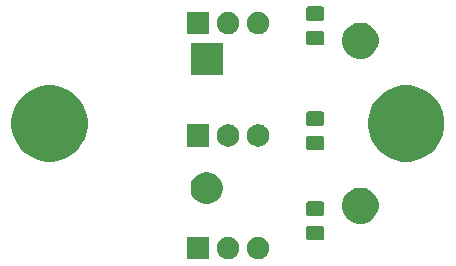
<source format=gbr>
G04 #@! TF.GenerationSoftware,KiCad,Pcbnew,(5.1.2)-1*
G04 #@! TF.CreationDate,2020-04-06T18:09:32-04:00*
G04 #@! TF.ProjectId,LM323K,4c4d3332-334b-42e6-9b69-6361645f7063,rev?*
G04 #@! TF.SameCoordinates,Original*
G04 #@! TF.FileFunction,Soldermask,Top*
G04 #@! TF.FilePolarity,Negative*
%FSLAX46Y46*%
G04 Gerber Fmt 4.6, Leading zero omitted, Abs format (unit mm)*
G04 Created by KiCad (PCBNEW (5.1.2)-1) date 2020-04-06 18:09:32*
%MOMM*%
%LPD*%
G04 APERTURE LIST*
%ADD10C,0.100000*%
G04 APERTURE END LIST*
D10*
G36*
X93915000Y-68642000D02*
G01*
X92013000Y-68642000D01*
X92013000Y-66740000D01*
X93915000Y-66740000D01*
X93915000Y-68642000D01*
X93915000Y-68642000D01*
G37*
G36*
X98321395Y-66776546D02*
G01*
X98494466Y-66848234D01*
X98494467Y-66848235D01*
X98650227Y-66952310D01*
X98782690Y-67084773D01*
X98782691Y-67084775D01*
X98886766Y-67240534D01*
X98958454Y-67413605D01*
X98995000Y-67597333D01*
X98995000Y-67784667D01*
X98958454Y-67968395D01*
X98886766Y-68141466D01*
X98886765Y-68141467D01*
X98782690Y-68297227D01*
X98650227Y-68429690D01*
X98571818Y-68482081D01*
X98494466Y-68533766D01*
X98321395Y-68605454D01*
X98137667Y-68642000D01*
X97950333Y-68642000D01*
X97766605Y-68605454D01*
X97593534Y-68533766D01*
X97516182Y-68482081D01*
X97437773Y-68429690D01*
X97305310Y-68297227D01*
X97201235Y-68141467D01*
X97201234Y-68141466D01*
X97129546Y-67968395D01*
X97093000Y-67784667D01*
X97093000Y-67597333D01*
X97129546Y-67413605D01*
X97201234Y-67240534D01*
X97305309Y-67084775D01*
X97305310Y-67084773D01*
X97437773Y-66952310D01*
X97593533Y-66848235D01*
X97593534Y-66848234D01*
X97766605Y-66776546D01*
X97950333Y-66740000D01*
X98137667Y-66740000D01*
X98321395Y-66776546D01*
X98321395Y-66776546D01*
G37*
G36*
X95781395Y-66776546D02*
G01*
X95954466Y-66848234D01*
X95954467Y-66848235D01*
X96110227Y-66952310D01*
X96242690Y-67084773D01*
X96242691Y-67084775D01*
X96346766Y-67240534D01*
X96418454Y-67413605D01*
X96455000Y-67597333D01*
X96455000Y-67784667D01*
X96418454Y-67968395D01*
X96346766Y-68141466D01*
X96346765Y-68141467D01*
X96242690Y-68297227D01*
X96110227Y-68429690D01*
X96031818Y-68482081D01*
X95954466Y-68533766D01*
X95781395Y-68605454D01*
X95597667Y-68642000D01*
X95410333Y-68642000D01*
X95226605Y-68605454D01*
X95053534Y-68533766D01*
X94976182Y-68482081D01*
X94897773Y-68429690D01*
X94765310Y-68297227D01*
X94661235Y-68141467D01*
X94661234Y-68141466D01*
X94589546Y-67968395D01*
X94553000Y-67784667D01*
X94553000Y-67597333D01*
X94589546Y-67413605D01*
X94661234Y-67240534D01*
X94765309Y-67084775D01*
X94765310Y-67084773D01*
X94897773Y-66952310D01*
X95053533Y-66848235D01*
X95053534Y-66848234D01*
X95226605Y-66776546D01*
X95410333Y-66740000D01*
X95597667Y-66740000D01*
X95781395Y-66776546D01*
X95781395Y-66776546D01*
G37*
G36*
X103458674Y-65808465D02*
G01*
X103496367Y-65819899D01*
X103531103Y-65838466D01*
X103561548Y-65863452D01*
X103586534Y-65893897D01*
X103605101Y-65928633D01*
X103616535Y-65966326D01*
X103621000Y-66011661D01*
X103621000Y-66848339D01*
X103616535Y-66893674D01*
X103605101Y-66931367D01*
X103586534Y-66966103D01*
X103561548Y-66996548D01*
X103531103Y-67021534D01*
X103496367Y-67040101D01*
X103458674Y-67051535D01*
X103413339Y-67056000D01*
X102326661Y-67056000D01*
X102281326Y-67051535D01*
X102243633Y-67040101D01*
X102208897Y-67021534D01*
X102178452Y-66996548D01*
X102153466Y-66966103D01*
X102134899Y-66931367D01*
X102123465Y-66893674D01*
X102119000Y-66848339D01*
X102119000Y-66011661D01*
X102123465Y-65966326D01*
X102134899Y-65928633D01*
X102153466Y-65893897D01*
X102178452Y-65863452D01*
X102208897Y-65838466D01*
X102243633Y-65819899D01*
X102281326Y-65808465D01*
X102326661Y-65804000D01*
X103413339Y-65804000D01*
X103458674Y-65808465D01*
X103458674Y-65808465D01*
G37*
G36*
X106982585Y-62613802D02*
G01*
X107132410Y-62643604D01*
X107414674Y-62760521D01*
X107668705Y-62930259D01*
X107884741Y-63146295D01*
X108054479Y-63400326D01*
X108169336Y-63677617D01*
X108171396Y-63682591D01*
X108230401Y-63979226D01*
X108231000Y-63982240D01*
X108231000Y-64287760D01*
X108171396Y-64587410D01*
X108054479Y-64869674D01*
X107884741Y-65123705D01*
X107668705Y-65339741D01*
X107414674Y-65509479D01*
X107132410Y-65626396D01*
X106982585Y-65656198D01*
X106832761Y-65686000D01*
X106527239Y-65686000D01*
X106377415Y-65656198D01*
X106227590Y-65626396D01*
X105945326Y-65509479D01*
X105691295Y-65339741D01*
X105475259Y-65123705D01*
X105305521Y-64869674D01*
X105188604Y-64587410D01*
X105129000Y-64287760D01*
X105129000Y-63982240D01*
X105129600Y-63979226D01*
X105188604Y-63682591D01*
X105190664Y-63677617D01*
X105305521Y-63400326D01*
X105475259Y-63146295D01*
X105691295Y-62930259D01*
X105945326Y-62760521D01*
X106227590Y-62643604D01*
X106377415Y-62613802D01*
X106527239Y-62584000D01*
X106832761Y-62584000D01*
X106982585Y-62613802D01*
X106982585Y-62613802D01*
G37*
G36*
X103458674Y-63758465D02*
G01*
X103496367Y-63769899D01*
X103531103Y-63788466D01*
X103561548Y-63813452D01*
X103586534Y-63843897D01*
X103605101Y-63878633D01*
X103616535Y-63916326D01*
X103621000Y-63961661D01*
X103621000Y-64798339D01*
X103616535Y-64843674D01*
X103605101Y-64881367D01*
X103586534Y-64916103D01*
X103561548Y-64946548D01*
X103531103Y-64971534D01*
X103496367Y-64990101D01*
X103458674Y-65001535D01*
X103413339Y-65006000D01*
X102326661Y-65006000D01*
X102281326Y-65001535D01*
X102243633Y-64990101D01*
X102208897Y-64971534D01*
X102178452Y-64946548D01*
X102153466Y-64916103D01*
X102134899Y-64881367D01*
X102123465Y-64843674D01*
X102119000Y-64798339D01*
X102119000Y-63961661D01*
X102123465Y-63916326D01*
X102134899Y-63878633D01*
X102153466Y-63843897D01*
X102178452Y-63813452D01*
X102208897Y-63788466D01*
X102243633Y-63769899D01*
X102281326Y-63758465D01*
X102326661Y-63754000D01*
X103413339Y-63754000D01*
X103458674Y-63758465D01*
X103458674Y-63758465D01*
G37*
G36*
X94072402Y-61329144D02*
G01*
X94318269Y-61430985D01*
X94429658Y-61505413D01*
X94539541Y-61578835D01*
X94727721Y-61767015D01*
X94875572Y-61988289D01*
X94977412Y-62234154D01*
X95029330Y-62495163D01*
X95029330Y-62761289D01*
X94977412Y-63022298D01*
X94875572Y-63268163D01*
X94727721Y-63489437D01*
X94539541Y-63677617D01*
X94429658Y-63751039D01*
X94318269Y-63825467D01*
X94318268Y-63825468D01*
X94318267Y-63825468D01*
X94072402Y-63927308D01*
X93811393Y-63979226D01*
X93545267Y-63979226D01*
X93284258Y-63927308D01*
X93038393Y-63825468D01*
X93038392Y-63825468D01*
X93038391Y-63825467D01*
X92927002Y-63751039D01*
X92817119Y-63677617D01*
X92628939Y-63489437D01*
X92481088Y-63268163D01*
X92379248Y-63022298D01*
X92327330Y-62761289D01*
X92327330Y-62495163D01*
X92379248Y-62234154D01*
X92481088Y-61988289D01*
X92628939Y-61767015D01*
X92817119Y-61578835D01*
X92927002Y-61505413D01*
X93038391Y-61430985D01*
X93284258Y-61329144D01*
X93545267Y-61277226D01*
X93811393Y-61277226D01*
X94072402Y-61329144D01*
X94072402Y-61329144D01*
G37*
G36*
X111519318Y-54056199D02*
G01*
X112106412Y-54299381D01*
X112106414Y-54299382D01*
X112634785Y-54652428D01*
X113084128Y-55101771D01*
X113437174Y-55630142D01*
X113437175Y-55630144D01*
X113680357Y-56217238D01*
X113804330Y-56840491D01*
X113804330Y-57475961D01*
X113680357Y-58099214D01*
X113537792Y-58443396D01*
X113437174Y-58686310D01*
X113084128Y-59214681D01*
X112634785Y-59664024D01*
X112106414Y-60017070D01*
X112106413Y-60017071D01*
X112106412Y-60017071D01*
X111519318Y-60260253D01*
X110896065Y-60384226D01*
X110260595Y-60384226D01*
X109637342Y-60260253D01*
X109050248Y-60017071D01*
X109050247Y-60017071D01*
X109050246Y-60017070D01*
X108521875Y-59664024D01*
X108072532Y-59214681D01*
X107719486Y-58686310D01*
X107618868Y-58443396D01*
X107476303Y-58099214D01*
X107352330Y-57475961D01*
X107352330Y-56840491D01*
X107476303Y-56217238D01*
X107719485Y-55630144D01*
X107719486Y-55630142D01*
X108072532Y-55101771D01*
X108521875Y-54652428D01*
X109050246Y-54299382D01*
X109050248Y-54299381D01*
X109637342Y-54056199D01*
X110260595Y-53932226D01*
X110896065Y-53932226D01*
X111519318Y-54056199D01*
X111519318Y-54056199D01*
G37*
G36*
X81319318Y-54056199D02*
G01*
X81906412Y-54299381D01*
X81906414Y-54299382D01*
X82434785Y-54652428D01*
X82884128Y-55101771D01*
X83237174Y-55630142D01*
X83237175Y-55630144D01*
X83480357Y-56217238D01*
X83604330Y-56840491D01*
X83604330Y-57475961D01*
X83480357Y-58099214D01*
X83337792Y-58443396D01*
X83237174Y-58686310D01*
X82884128Y-59214681D01*
X82434785Y-59664024D01*
X81906414Y-60017070D01*
X81906413Y-60017071D01*
X81906412Y-60017071D01*
X81319318Y-60260253D01*
X80696065Y-60384226D01*
X80060595Y-60384226D01*
X79437342Y-60260253D01*
X78850248Y-60017071D01*
X78850247Y-60017071D01*
X78850246Y-60017070D01*
X78321875Y-59664024D01*
X77872532Y-59214681D01*
X77519486Y-58686310D01*
X77418868Y-58443396D01*
X77276303Y-58099214D01*
X77152330Y-57475961D01*
X77152330Y-56840491D01*
X77276303Y-56217238D01*
X77519485Y-55630144D01*
X77519486Y-55630142D01*
X77872532Y-55101771D01*
X78321875Y-54652428D01*
X78850246Y-54299382D01*
X78850248Y-54299381D01*
X79437342Y-54056199D01*
X80060595Y-53932226D01*
X80696065Y-53932226D01*
X81319318Y-54056199D01*
X81319318Y-54056199D01*
G37*
G36*
X103458674Y-58188465D02*
G01*
X103496367Y-58199899D01*
X103531103Y-58218466D01*
X103561548Y-58243452D01*
X103586534Y-58273897D01*
X103605101Y-58308633D01*
X103616535Y-58346326D01*
X103621000Y-58391661D01*
X103621000Y-59228339D01*
X103616535Y-59273674D01*
X103605101Y-59311367D01*
X103586534Y-59346103D01*
X103561548Y-59376548D01*
X103531103Y-59401534D01*
X103496367Y-59420101D01*
X103458674Y-59431535D01*
X103413339Y-59436000D01*
X102326661Y-59436000D01*
X102281326Y-59431535D01*
X102243633Y-59420101D01*
X102208897Y-59401534D01*
X102178452Y-59376548D01*
X102153466Y-59346103D01*
X102134899Y-59311367D01*
X102123465Y-59273674D01*
X102119000Y-59228339D01*
X102119000Y-58391661D01*
X102123465Y-58346326D01*
X102134899Y-58308633D01*
X102153466Y-58273897D01*
X102178452Y-58243452D01*
X102208897Y-58218466D01*
X102243633Y-58199899D01*
X102281326Y-58188465D01*
X102326661Y-58184000D01*
X103413339Y-58184000D01*
X103458674Y-58188465D01*
X103458674Y-58188465D01*
G37*
G36*
X93915000Y-59117000D02*
G01*
X92013000Y-59117000D01*
X92013000Y-57215000D01*
X93915000Y-57215000D01*
X93915000Y-59117000D01*
X93915000Y-59117000D01*
G37*
G36*
X95781395Y-57251546D02*
G01*
X95954466Y-57323234D01*
X95979754Y-57340131D01*
X96110227Y-57427310D01*
X96242690Y-57559773D01*
X96242691Y-57559775D01*
X96346766Y-57715534D01*
X96418454Y-57888605D01*
X96455000Y-58072333D01*
X96455000Y-58259667D01*
X96418454Y-58443395D01*
X96346766Y-58616466D01*
X96346765Y-58616467D01*
X96242690Y-58772227D01*
X96110227Y-58904690D01*
X96031818Y-58957081D01*
X95954466Y-59008766D01*
X95781395Y-59080454D01*
X95597667Y-59117000D01*
X95410333Y-59117000D01*
X95226605Y-59080454D01*
X95053534Y-59008766D01*
X94976182Y-58957081D01*
X94897773Y-58904690D01*
X94765310Y-58772227D01*
X94661235Y-58616467D01*
X94661234Y-58616466D01*
X94589546Y-58443395D01*
X94553000Y-58259667D01*
X94553000Y-58072333D01*
X94589546Y-57888605D01*
X94661234Y-57715534D01*
X94765309Y-57559775D01*
X94765310Y-57559773D01*
X94897773Y-57427310D01*
X95028246Y-57340131D01*
X95053534Y-57323234D01*
X95226605Y-57251546D01*
X95410333Y-57215000D01*
X95597667Y-57215000D01*
X95781395Y-57251546D01*
X95781395Y-57251546D01*
G37*
G36*
X98321395Y-57251546D02*
G01*
X98494466Y-57323234D01*
X98519754Y-57340131D01*
X98650227Y-57427310D01*
X98782690Y-57559773D01*
X98782691Y-57559775D01*
X98886766Y-57715534D01*
X98958454Y-57888605D01*
X98995000Y-58072333D01*
X98995000Y-58259667D01*
X98958454Y-58443395D01*
X98886766Y-58616466D01*
X98886765Y-58616467D01*
X98782690Y-58772227D01*
X98650227Y-58904690D01*
X98571818Y-58957081D01*
X98494466Y-59008766D01*
X98321395Y-59080454D01*
X98137667Y-59117000D01*
X97950333Y-59117000D01*
X97766605Y-59080454D01*
X97593534Y-59008766D01*
X97516182Y-58957081D01*
X97437773Y-58904690D01*
X97305310Y-58772227D01*
X97201235Y-58616467D01*
X97201234Y-58616466D01*
X97129546Y-58443395D01*
X97093000Y-58259667D01*
X97093000Y-58072333D01*
X97129546Y-57888605D01*
X97201234Y-57715534D01*
X97305309Y-57559775D01*
X97305310Y-57559773D01*
X97437773Y-57427310D01*
X97568246Y-57340131D01*
X97593534Y-57323234D01*
X97766605Y-57251546D01*
X97950333Y-57215000D01*
X98137667Y-57215000D01*
X98321395Y-57251546D01*
X98321395Y-57251546D01*
G37*
G36*
X103458674Y-56138465D02*
G01*
X103496367Y-56149899D01*
X103531103Y-56168466D01*
X103561548Y-56193452D01*
X103586534Y-56223897D01*
X103605101Y-56258633D01*
X103616535Y-56296326D01*
X103621000Y-56341661D01*
X103621000Y-57178339D01*
X103616535Y-57223674D01*
X103605101Y-57261367D01*
X103586534Y-57296103D01*
X103561548Y-57326548D01*
X103531103Y-57351534D01*
X103496367Y-57370101D01*
X103458674Y-57381535D01*
X103413339Y-57386000D01*
X102326661Y-57386000D01*
X102281326Y-57381535D01*
X102243633Y-57370101D01*
X102208897Y-57351534D01*
X102178452Y-57326548D01*
X102153466Y-57296103D01*
X102134899Y-57261367D01*
X102123465Y-57223674D01*
X102119000Y-57178339D01*
X102119000Y-56341661D01*
X102123465Y-56296326D01*
X102134899Y-56258633D01*
X102153466Y-56223897D01*
X102178452Y-56193452D01*
X102208897Y-56168466D01*
X102243633Y-56149899D01*
X102281326Y-56138465D01*
X102326661Y-56134000D01*
X103413339Y-56134000D01*
X103458674Y-56138465D01*
X103458674Y-56138465D01*
G37*
G36*
X95029330Y-53059226D02*
G01*
X92327330Y-53059226D01*
X92327330Y-50357226D01*
X95029330Y-50357226D01*
X95029330Y-53059226D01*
X95029330Y-53059226D01*
G37*
G36*
X106982585Y-48643802D02*
G01*
X107132410Y-48673604D01*
X107414674Y-48790521D01*
X107668705Y-48960259D01*
X107884741Y-49176295D01*
X108054479Y-49430326D01*
X108171396Y-49712590D01*
X108231000Y-50012240D01*
X108231000Y-50317760D01*
X108171396Y-50617410D01*
X108054479Y-50899674D01*
X107884741Y-51153705D01*
X107668705Y-51369741D01*
X107414674Y-51539479D01*
X107132410Y-51656396D01*
X106982585Y-51686198D01*
X106832761Y-51716000D01*
X106527239Y-51716000D01*
X106377415Y-51686198D01*
X106227590Y-51656396D01*
X105945326Y-51539479D01*
X105691295Y-51369741D01*
X105475259Y-51153705D01*
X105305521Y-50899674D01*
X105188604Y-50617410D01*
X105129000Y-50317760D01*
X105129000Y-50012240D01*
X105188604Y-49712590D01*
X105305521Y-49430326D01*
X105475259Y-49176295D01*
X105691295Y-48960259D01*
X105945326Y-48790521D01*
X106227590Y-48673604D01*
X106377415Y-48643802D01*
X106527239Y-48614000D01*
X106832761Y-48614000D01*
X106982585Y-48643802D01*
X106982585Y-48643802D01*
G37*
G36*
X103458674Y-49298465D02*
G01*
X103496367Y-49309899D01*
X103531103Y-49328466D01*
X103561548Y-49353452D01*
X103586534Y-49383897D01*
X103605101Y-49418633D01*
X103616535Y-49456326D01*
X103621000Y-49501661D01*
X103621000Y-50338339D01*
X103616535Y-50383674D01*
X103605101Y-50421367D01*
X103586534Y-50456103D01*
X103561548Y-50486548D01*
X103531103Y-50511534D01*
X103496367Y-50530101D01*
X103458674Y-50541535D01*
X103413339Y-50546000D01*
X102326661Y-50546000D01*
X102281326Y-50541535D01*
X102243633Y-50530101D01*
X102208897Y-50511534D01*
X102178452Y-50486548D01*
X102153466Y-50456103D01*
X102134899Y-50421367D01*
X102123465Y-50383674D01*
X102119000Y-50338339D01*
X102119000Y-49501661D01*
X102123465Y-49456326D01*
X102134899Y-49418633D01*
X102153466Y-49383897D01*
X102178452Y-49353452D01*
X102208897Y-49328466D01*
X102243633Y-49309899D01*
X102281326Y-49298465D01*
X102326661Y-49294000D01*
X103413339Y-49294000D01*
X103458674Y-49298465D01*
X103458674Y-49298465D01*
G37*
G36*
X93915000Y-49592000D02*
G01*
X92013000Y-49592000D01*
X92013000Y-47690000D01*
X93915000Y-47690000D01*
X93915000Y-49592000D01*
X93915000Y-49592000D01*
G37*
G36*
X95781395Y-47726546D02*
G01*
X95954466Y-47798234D01*
X95954467Y-47798235D01*
X96110227Y-47902310D01*
X96242690Y-48034773D01*
X96242691Y-48034775D01*
X96346766Y-48190534D01*
X96418454Y-48363605D01*
X96455000Y-48547333D01*
X96455000Y-48734667D01*
X96418454Y-48918395D01*
X96346766Y-49091466D01*
X96346765Y-49091467D01*
X96242690Y-49247227D01*
X96110227Y-49379690D01*
X96031818Y-49432081D01*
X95954466Y-49483766D01*
X95781395Y-49555454D01*
X95597667Y-49592000D01*
X95410333Y-49592000D01*
X95226605Y-49555454D01*
X95053534Y-49483766D01*
X94976182Y-49432081D01*
X94897773Y-49379690D01*
X94765310Y-49247227D01*
X94661235Y-49091467D01*
X94661234Y-49091466D01*
X94589546Y-48918395D01*
X94553000Y-48734667D01*
X94553000Y-48547333D01*
X94589546Y-48363605D01*
X94661234Y-48190534D01*
X94765309Y-48034775D01*
X94765310Y-48034773D01*
X94897773Y-47902310D01*
X95053533Y-47798235D01*
X95053534Y-47798234D01*
X95226605Y-47726546D01*
X95410333Y-47690000D01*
X95597667Y-47690000D01*
X95781395Y-47726546D01*
X95781395Y-47726546D01*
G37*
G36*
X98321395Y-47726546D02*
G01*
X98494466Y-47798234D01*
X98494467Y-47798235D01*
X98650227Y-47902310D01*
X98782690Y-48034773D01*
X98782691Y-48034775D01*
X98886766Y-48190534D01*
X98958454Y-48363605D01*
X98995000Y-48547333D01*
X98995000Y-48734667D01*
X98958454Y-48918395D01*
X98886766Y-49091466D01*
X98886765Y-49091467D01*
X98782690Y-49247227D01*
X98650227Y-49379690D01*
X98571818Y-49432081D01*
X98494466Y-49483766D01*
X98321395Y-49555454D01*
X98137667Y-49592000D01*
X97950333Y-49592000D01*
X97766605Y-49555454D01*
X97593534Y-49483766D01*
X97516182Y-49432081D01*
X97437773Y-49379690D01*
X97305310Y-49247227D01*
X97201235Y-49091467D01*
X97201234Y-49091466D01*
X97129546Y-48918395D01*
X97093000Y-48734667D01*
X97093000Y-48547333D01*
X97129546Y-48363605D01*
X97201234Y-48190534D01*
X97305309Y-48034775D01*
X97305310Y-48034773D01*
X97437773Y-47902310D01*
X97593533Y-47798235D01*
X97593534Y-47798234D01*
X97766605Y-47726546D01*
X97950333Y-47690000D01*
X98137667Y-47690000D01*
X98321395Y-47726546D01*
X98321395Y-47726546D01*
G37*
G36*
X103458674Y-47248465D02*
G01*
X103496367Y-47259899D01*
X103531103Y-47278466D01*
X103561548Y-47303452D01*
X103586534Y-47333897D01*
X103605101Y-47368633D01*
X103616535Y-47406326D01*
X103621000Y-47451661D01*
X103621000Y-48288339D01*
X103616535Y-48333674D01*
X103605101Y-48371367D01*
X103586534Y-48406103D01*
X103561548Y-48436548D01*
X103531103Y-48461534D01*
X103496367Y-48480101D01*
X103458674Y-48491535D01*
X103413339Y-48496000D01*
X102326661Y-48496000D01*
X102281326Y-48491535D01*
X102243633Y-48480101D01*
X102208897Y-48461534D01*
X102178452Y-48436548D01*
X102153466Y-48406103D01*
X102134899Y-48371367D01*
X102123465Y-48333674D01*
X102119000Y-48288339D01*
X102119000Y-47451661D01*
X102123465Y-47406326D01*
X102134899Y-47368633D01*
X102153466Y-47333897D01*
X102178452Y-47303452D01*
X102208897Y-47278466D01*
X102243633Y-47259899D01*
X102281326Y-47248465D01*
X102326661Y-47244000D01*
X103413339Y-47244000D01*
X103458674Y-47248465D01*
X103458674Y-47248465D01*
G37*
M02*

</source>
